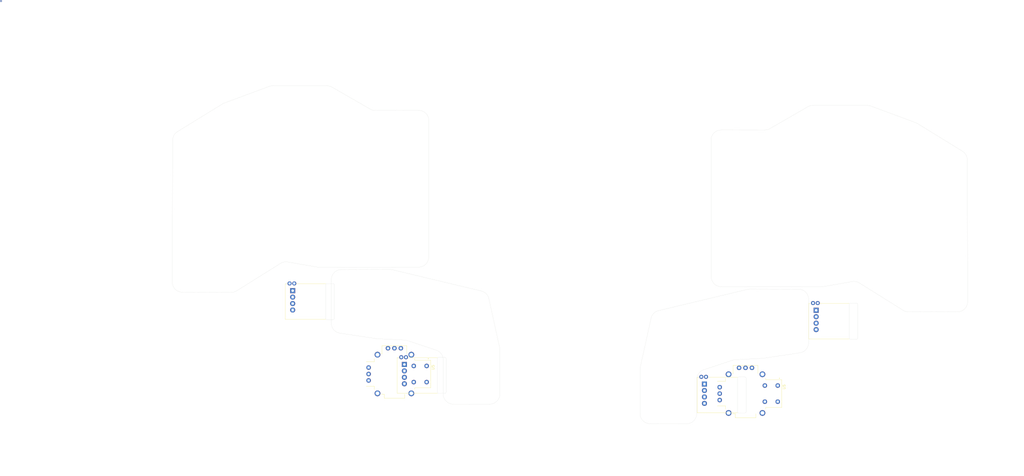
<source format=kicad_pcb>
(kicad_pcb (version 20221018) (generator pcbnew)
  (layers (0 "F.Cu" signal) (31 "B.Cu" signal) (34 "B.Paste" user) (35 "F.Paste" user) (36 "B.SilkS" user "B.Silkscreen") (37 "F.SilkS" user "F.Silkscreen") (38 "B.Mask" user) (39 "F.Mask" user) (44 "Edge.Cuts" user))
  (net 0 "")
  (net 1 "GND")
  (net 2 "Col5")
  (net 3 "KJoyButO")
  (net 4 "Col6")
  (net 5 "KRotA")
  (net 6 "KRotB")
  (net 7 "KRotButO")
  (net 8 "Axis1")
  (net 9 "Axis2")
  (net 10 "+3.3V")
  (footprint "Digi:MX_Switch_Cutout" (layer "F.Cu") (at 92.493279 60.930924)
    (fp_text reference "K31" hide)
    (fp_text value "K31" hide)
  )
  (footprint "Digi:MX_Switch_Cutout" (layer "F.Cu") (at 35.335783 70.646424)
    (fp_text reference "K1" hide)
    (fp_text value "K01" hide)
  )
  (footprint "Digi:MX_Switch_Cutout" (layer "F.Cu") (at 54.388281 39.404422)
    (fp_text reference "K10" hide)
    (fp_text value "K10" hide)
  )
  (footprint "Digi:MX_Switch_Cutout" (layer "F.Cu") (at 224.288619 122.6492)
    (fp_text reference "K60" hide)
    (fp_text value "K50" hide)
  )
  (footprint "Digi:MX_Switch_Cutout" (layer "F.Cu") (at 304.855498 66.177353)
    (fp_text reference "K11" hide)
    (fp_text value "K11" hide)
  )
  (footprint "Digi:MX_Switch_Cutout" (layer "F.Cu") (at 285.802997 78.369351)
    (fp_text reference "K22" hide)
    (fp_text value "K22" hide)
  )
  (footprint "Digi:MX_Switch_Cutout" (layer "F.Cu") (at 266.750496 49.603855)
    (fp_text reference "K30" hide)
    (fp_text value "K30" hide)
  )
  (footprint "Digi:MX_Switch_Cutout" (layer "F.Cu") (at 247.697995 49.603855)
    (fp_text reference "K40" hide)
    (fp_text value "K40" hide)
  )
  (footprint "Digi:MX_Switch_Cutout" (layer "F.Cu") (at 73.440781 51.596419)
    (fp_text reference "K21" hide)
    (fp_text value "K21" hide)
  )
  (footprint "Digi:MX_Switch_Cutout" (layer "F.Cu") (at 134.955159 114.926269)
    (fp_text reference "K60" hide)
    (fp_text value "K50" hide)
  )
  (footprint "Digi:MX_Switch_Cutout" (layer "F.Cu") (at 73.440781 70.64642)
    (fp_text reference "K22" hide)
    (fp_text value "K22" hide)
  )
  (footprint "Digi:MX_Switch_Cutout" (layer "F.Cu") (at 304.855497 47.127353)
    (fp_text reference "K10" hide)
    (fp_text value "K10" hide)
  )
  (footprint "Digi:MX_Switch_Cutout" (layer "F.Cu") (at 266.750502 87.703849)
    (fp_text reference "K32" hide)
    (fp_text value "K32" hide)
  )
  (footprint "misc:EVQWGD001" (layer "F.Cu") (at 282.725997 116.332499)
    (fp_text reference "RSW1B1" hide)
    (fp_text value "Rotary_Encoder_Switch")
    (fp_line (start 6.9 -9.275) (end 6.9 3.875) (stroke (width 0.05)) (layer "Edge.Cuts"))
    (fp_line (start 7.425 4.4) (end 9.775 4.4) (stroke (width 0.05)) (layer "Edge.Cuts"))
    (fp_line (start 9.775 -9.8) (end 7.425 -9.8) (stroke (width 0.05)) (layer "Edge.Cuts"))
    (fp_line (start 10.3 3.875) (end 10.3 -9.275) (stroke (width 0.05)) (layer "Edge.Cuts"))
    (fp_arc (start 6.9 -9.275) (mid 7.053769 -9.646231) (end 7.425 -9.8) (stroke (width 0.05)) (layer "Edge.Cuts"))
    (fp_arc (start 7.425 4.4) (mid 7.053769 4.246231) (end 6.9 3.875) (stroke (width 0.05)) (layer "Edge.Cuts"))
    (fp_arc (start 9.775 -9.8) (mid 10.146231 -9.646231) (end 10.3 -9.275) (stroke (width 0.05)) (layer "Edge.Cuts"))
    (fp_arc (start 10.3 3.875) (mid 10.146231 4.246231) (end 9.775 4.4) (stroke (width 0.05)) (layer "Edge.Cuts"))
  )
  (footprint "PS5:XDCR_COM-09032" (layer "F.Cu") (at 110.470362 134.433268 -90)
    (fp_text reference "U5")
    (fp_text value "COM-09032")
  )
  (footprint "Digi:MX_Switch_Cutout" (layer "F.Cu") (at 73.440777 32.54642)
    (fp_text reference "K20" hide)
    (fp_text value "K20" hide)
  )
  (footprint "Digi:MX_Switch_Cutout" (layer "F.Cu") (at 35.335779 51.596421)
    (fp_text reference "K0" hide)
    (fp_text value "K00" hide)
  )
  (footprint "Digi:MX_Switch_Cutout" (layer "F.Cu") (at 92.493276 79.980918)
    (fp_text reference "K32" hide)
    (fp_text value "K32" hide)
  )
  (footprint "Digi:MX_Switch_Cutout" (layer "F.Cu") (at 96.855158 105.401268)
    (fp_text reference "K50" hide)
    (fp_text value "K50" hide)
  )
  (footprint "Digi:MX_Switch_Cutout" (layer "F.Cu") (at 111.54578 60.930923)
    (fp_text reference "K41" hide)
    (fp_text value "K41" hide)
  )
  (footprint "Digi:MX_Switch_Cutout" (layer "F.Cu") (at 247.697998 68.653854)
    (fp_text reference "K41" hide)
    (fp_text value "K41" hide)
  )
  (footprint "Digi:MX_Switch_Cutout" (layer "F.Cu") (at 111.545779 79.980923)
    (fp_text reference "K42" hide)
    (fp_text value "K42" hide)
  )
  (footprint "Digi:MX_Switch_Cutout" (layer "F.Cu") (at 115.905158 110.163769)
    (fp_text reference "K51" hide)
    (fp_text value "K51" hide)
  )
  (footprint "misc:EVQWGD001" (layer "F.Cu") (at 76.517781 108.609568)
    (fp_text reference "RSW1B1" hide)
    (fp_text value "Rotary_Encoder_Switch")
    (fp_line (start 6.9 -9.275) (end 6.9 3.875) (stroke (width 0.05)) (layer "Edge.Cuts"))
    (fp_line (start 7.425 4.4) (end 9.775 4.4) (stroke (width 0.05)) (layer "Edge.Cuts"))
    (fp_line (start 9.775 -9.8) (end 7.425 -9.8) (stroke (width 0.05)) (layer "Edge.Cuts"))
    (fp_line (start 10.3 3.875) (end 10.3 -9.275) (stroke (width 0.05)) (layer "Edge.Cuts"))
    (fp_arc (start 6.9 -9.275) (mid 7.053769 -9.646231) (end 7.425 -9.8) (stroke (width 0.05)) (layer "Edge.Cuts"))
    (fp_arc (start 7.425 4.4) (mid 7.053769 4.246231) (end 6.9 3.875) (stroke (width 0.05)) (layer "Edge.Cuts"))
    (fp_arc (start 9.775 -9.8) (mid 10.146231 -9.646231) (end 10.3 -9.275) (stroke (width 0.05)) (layer "Edge.Cuts"))
    (fp_arc (start 10.3 3.875) (mid 10.146231 4.246231) (end 9.775 4.4) (stroke (width 0.05)) (layer "Edge.Cuts"))
  )
  (footprint "Digi:MX_Switch_Cutout" (layer "F.Cu") (at 304.855497 85.227351)
    (fp_text reference "K12" hide)
    (fp_text value "K12" hide)
  )
  (footprint "Digi:MX_Switch_Cutout" (layer "F.Cu") (at 139.717656 133.976267)
    (fp_text reference "K61" hide)
    (fp_text value "K51" hide)
  )
  (footprint "Digi:MX_Switch_Cutout" (layer "F.Cu") (at 243.33862 117.8867)
    (fp_text reference "K51" hide)
    (fp_text value "K51" hide)
  )
  (footprint "misc:EVQWGD001" (layer "F.Cu") (at 238.719997 145.397998)
    (fp_text reference "RSW1A1" hide)
    (fp_text value "Rotary_Encoder_Switch")
    (fp_line (start 6.9 -9.275) (end 6.9 3.875) (stroke (width 0.05)) (layer "Edge.Cuts"))
    (fp_line (start 7.425 4.4) (end 9.775 4.4) (stroke (width 0.05)) (layer "Edge.Cuts"))
    (fp_line (start 9.775 -9.8) (end 7.425 -9.8) (stroke (width 0.05)) (layer "Edge.Cuts"))
    (fp_line (start 10.3 3.875) (end 10.3 -9.275) (stroke (width 0.05)) (layer "Edge.Cuts"))
    (fp_arc (start 6.9 -9.275) (mid 7.053769 -9.646231) (end 7.425 -9.8) (stroke (width 0.05)) (layer "Edge.Cuts"))
    (fp_arc (start 7.425 4.4) (mid 7.053769 4.246231) (end 6.9 3.875) (stroke (width 0.05)) (layer "Edge.Cuts"))
    (fp_arc (start 9.775 -9.8) (mid 10.146231 -9.646231) (end 10.3 -9.275) (stroke (width 0.05)) (layer "Edge.Cuts"))
    (fp_arc (start 10.3 3.875) (mid 10.146231 4.246231) (end 9.775 4.4) (stroke (width 0.05)) (layer "Edge.Cuts"))
  )
  (footprint "Digi:MX_Switch_Cutout" (layer "F.Cu") (at 247.697999 87.703854)
    (fp_text reference "K42" hide)
    (fp_text value "K42" hide)
  )
  (footprint "Digi:MX_Switch_Cutout" (layer "F.Cu") (at 262.38862 113.124199)
    (fp_text reference "K50" hide)
    (fp_text value "K50" hide)
  )
  (footprint "Digi:MX_Switch_Cutout" (layer "F.Cu") (at 285.802997 59.31935)
    (fp_text reference "K21" hide)
    (fp_text value "K21" hide)
  )
  (footprint "Digi:MX_Switch_Cutout" (layer "F.Cu") (at 35.33578 89.696421)
    (fp_text reference "K2" hide)
    (fp_text value "K02" hide)
  )
  (footprint "Digi:MX_Switch_Cutout" (layer "F.Cu") (at 219.526122 141.699198)
    (fp_text reference "K61" hide)
    (fp_text value "K51" hide)
  )
  (footprint "Digi:MX_Switch_Cutout" (layer "F.Cu") (at 111.545783 41.880924)
    (fp_text reference "K40" hide)
    (fp_text value "K40" hide)
  )
  (footprint "Digi:MX_Switch_Cutout" (layer "F.Cu") (at 323.907999 59.319352)
    (fp_text reference "K0" hide)
    (fp_text value "K00" hide)
  )
  (footprint "Digi:MX_Switch_Cutout" (layer "F.Cu") (at 266.750499 68.653855)
    (fp_text reference "K31" hide)
    (fp_text value "K31" hide)
  )
  (footprint "misc:EVQWGD001" (layer "F.Cu") (at 120.523781 137.675067)
    (fp_text reference "RSW1A1" hide)
    (fp_text value "Rotary_Encoder_Switch")
    (fp_line (start 6.9 -9.275) (end 6.9 3.875) (stroke (width 0.05)) (layer "Edge.Cuts"))
    (fp_line (start 7.425 4.4) (end 9.775 4.4) (stroke (width 0.05)) (layer "Edge.Cuts"))
    (fp_line (start 9.775 -9.8) (end 7.425 -9.8) (stroke (width 0.05)) (layer "Edge.Cuts"))
    (fp_line (start 10.3 3.875) (end 10.3 -9.275) (stroke (width 0.05)) (layer "Edge.Cuts"))
    (fp_arc (start 6.9 -9.275) (mid 7.053769 -9.646231) (end 7.425 -9.8) (stroke (width 0.05)) (layer "Edge.Cuts"))
    (fp_arc (start 7.425 4.4) (mid 7.053769 4.246231) (end 6.9 3.875) (stroke (width 0.05)) (layer "Edge.Cuts"))
    (fp_arc (start 9.775 -9.8) (mid 10.146231 -9.646231) (end 10.3 -9.275) (stroke (width 0.05)) (layer "Edge.Cuts"))
    (fp_arc (start 10.3 3.875) (mid 10.146231 4.246231) (end 9.775 4.4) (stroke (width 0.05)) (layer "Edge.Cuts"))
  )
  (footprint "Digi:MX_Switch_Cutout" (layer "F.Cu") (at 285.803001 40.269351)
    (fp_text reference "K20" hide)
    (fp_text value "K20" hide)
  )
  (footprint "PS5:XDCR_COM-09032" (layer "F.Cu") (at 248.773416 142.156199 -90)
    (fp_text reference "U5")
    (fp_text value "COM-09032")
  )
  (footprint "Digi:MX_Switch_Cutout" (layer "F.Cu") (at 54.388281 77.50442)
    (fp_text reference "K12" hide)
    (fp_text value "K12" hide)
  )
  (footprint "Digi:MX_Switch_Cutout" (layer "F.Cu") (at 54.38828 58.454422)
    (fp_text reference "K11" hide)
    (fp_text value "K11" hide)
  )
  (footprint "Digi:MX_Switch_Cutout" (layer "F.Cu") (at 323.907995 78.369355)
    (fp_text reference "K1" hide)
    (fp_text value "K01" hide)
  )
  (footprint "Digi:MX_Switch_Cutout" (layer "F.Cu") (at 323.907998 97.419352)
    (fp_text reference "K2" hide)
    (fp_text value "K02" hide)
  )
  (footprint "Digi:MX_Switch_Cutout" (layer "F.Cu") (at 92.493282 41.880924)
    (fp_text reference "K30" hide)
    (fp_text value "K30" hide)
  )
  (gr_arc (start 211.228208 154.021791) (mid 208.400943 152.849585) (end 207.23 150.021792) (stroke (width 0.05)) (layer "Edge.Cuts"))
  (gr_arc (start 152.013778 142.298861) (mid 150.842837 145.126652) (end 148.01557 146.29886) (stroke (width 0.05)) (layer "Edge.Cuts"))
  (gr_arc (start 103.6518 120.527098) (mid 103.454269 120.512183) (end 103.257719 120.487506) (stroke (width 0.05)) (layer "Edge.Cuts"))
  (gr_arc (start 26.943235 102.208547) (mid 24.118372 101.029043) (end 22.95473 98.19761) (stroke (width 0.05)) (layer "Edge.Cuts"))
  (gr_line (start 273.313377 29.16351) (end 258.339133 37.785045) (stroke (width 0.05)) (layer "Edge.Cuts"))
  (gr_line (start 61.070759 21.156656) (end 43.453557 27.689938) (stroke (width 0.05)) (layer "Edge.Cuts"))
  (gr_line (start 229.55 150.028207) (end 229.55 136.565538) (stroke (width 0.05)) (layer "Edge.Cuts"))
  (gr_line (start 334.232601 46.672297) (end 316.495878 35.756707) (stroke (width 0.05)) (layer "Edge.Cuts"))
  (gr_arc (start 80.49715 92.327069) (mid 80.155036 92.312414) (end 79.815429 92.268548) (stroke (width 0.05)) (layer "Edge.Cuts"))
  (gr_arc (start 123.986969 88.330262) (mid 122.814272 91.156629) (end 119.98697 92.327069) (stroke (width 0.05)) (layer "Edge.Cuts"))
  (gr_line (start 296.782191 28.63) (end 275.309235 28.63) (stroke (width 0.05)) (layer "Edge.Cuts"))
  (gr_arc (start 315.790221 35.412869) (mid 316.151505 35.567435) (end 316.495878 35.756707) (stroke (width 0.05)) (layer "Edge.Cuts"))
  (gr_line (start 239.256808 100.05) (end 278.746628 100.05) (stroke (width 0.05)) (layer "Edge.Cuts"))
  (gr_line (start 273.63 122.107922) (end 273.63 104.998078) (stroke (width 0.05)) (layer "Edge.Cuts"))
  (gr_arc (start 235.213894 42.299299) (mid 236.386003 39.466449) (end 239.219298 38.295418) (stroke (width 0.05)) (layer "Edge.Cuts"))
  (gr_line (start 315.790221 35.412869) (end 298.173019 28.879587) (stroke (width 0.05)) (layer "Edge.Cuts"))
  (gr_line (start 68.418978 90.29741) (end 79.815429 92.268548) (stroke (width 0.05)) (layer "Edge.Cuts"))
  (gr_arc (start 273.63 122.107922) (mid 272.661962 124.716984) (end 270.226397 126.063211) (stroke (width 0.05)) (layer "Edge.Cuts"))
  (gr_line (start 115.619976 121.278663) (end 126.955567 125.046834) (stroke (width 0.05)) (layer "Edge.Cuts"))
  (gr_arc (start 48.311521 101.656354) (mid 47.289143 102.110506) (end 46.18098 102.26376) (stroke (width 0.05)) (layer "Edge.Cuts"))
  (gr_line (start 48.311521 101.656354) (end 65.618196 90.846312) (stroke (width 0.05)) (layer "Edge.Cuts"))
  (gr_arc (start 23.107677 42.344986) (mid 23.61849 40.399997) (end 25.011177 38.949366) (stroke (width 0.05)) (layer "Edge.Cuts"))
  (gr_arc (start 255.986059 128.210437) (mid 255.789509 128.235114) (end 255.591978 128.250029) (stroke (width 0.05)) (layer "Edge.Cuts"))
  (gr_arc (start 114.560503 121.079555) (mid 115.096978 121.143254) (end 115.619976 121.278663) (stroke (width 0.05)) (layer "Edge.Cuts"))
  (gr_arc (start 313.062798 109.986691) (mid 311.954635 109.833437) (end 310.932257 109.379285) (stroke (width 0.05)) (layer "Edge.Cuts"))
  (gr_line (start 89.017381 118.34028) (end 103.257719 120.487506) (stroke (width 0.05)) (layer "Edge.Cuts"))
  (gr_arc (start 336.289048 105.920541) (mid 335.12541 108.75197) (end 332.300543 109.931478) (stroke (width 0.05)) (layer "Edge.Cuts"))
  (gr_line (start 100.904645 30.062114) (end 85.930401 21.440579) (stroke (width 0.05)) (layer "Edge.Cuts"))
  (gr_arc (start 151.920304 124.022309) (mid 151.990343 124.449617) (end 152.013778 124.881992) (stroke (width 0.05)) (layer "Edge.Cuts"))
  (gr_line (start 120.02448 30.572487) (end 102.905908 30.59562) (stroke (width 0.05)) (layer "Edge.Cuts"))
  (gr_line (start 152.013778 142.298861) (end 152.013778 124.881992) (stroke (width 0.05)) (layer "Edge.Cuts"))
  (gr_line (start 108.58642 93.218494) (end 89.601838 93.275164) (stroke (width 0.05)) (layer "Edge.Cuts"))
  (gr_line (start 42.7479 28.033776) (end 25.011177 38.949366) (stroke (width 0.05)) (layer "Edge.Cuts"))
  (gr_line (start 83.934543 20.907069) (end 62.461587 20.907069) (stroke (width 0.05)) (layer "Edge.Cuts"))
  (gr_arc (start 273.313377 29.16351) (mid 274.276268 28.765678) (end 275.309235 28.63) (stroke (width 0.05)) (layer "Edge.Cuts"))
  (gr_line (start 293.625582 98.569243) (end 310.932257 109.379285) (stroke (width 0.05)) (layer "Edge.Cuts"))
  (gr_line (start 207.23 132.604923) (end 207.23 150.021792) (stroke (width 0.05)) (layer "Edge.Cuts"))
  (gr_line (start 235.213894 42.299299) (end 235.256809 96.053193) (stroke (width 0.05)) (layer "Edge.Cuts"))
  (gr_line (start 313.062798 109.986691) (end 332.300543 109.931478) (stroke (width 0.05)) (layer "Edge.Cuts"))
  (gr_arc (start 126.955567 125.046834) (mid 128.937802 126.502418) (end 129.693778 128.842607) (stroke (width 0.05)) (layer "Edge.Cuts"))
  (gr_line (start 123.986969 88.330262) (end 124.029884 34.576368) (stroke (width 0.05)) (layer "Edge.Cuts"))
  (gr_arc (start 120.02448 30.572487) (mid 122.857784 31.743509) (end 124.029884 34.576368) (stroke (width 0.05)) (layer "Edge.Cuts"))
  (gr_line (start 256.33787 38.318551) (end 239.219298 38.295418) (stroke (width 0.05)) (layer "Edge.Cuts"))
  (gr_arc (start 243.623802 129.001594) (mid 244.1468 128.866185) (end 244.683275 128.802486) (stroke (width 0.05)) (layer "Edge.Cuts"))
  (gr_arc (start 258.339133 37.785045) (mid 257.373631 38.183574) (end 256.33787 38.318551) (stroke (width 0.05)) (layer "Edge.Cuts"))
  (gr_arc (start 211.561253 112.488145) (mid 212.614066 110.544915) (end 214.538074 109.457372) (stroke (width 0.05)) (layer "Edge.Cuts"))
  (gr_line (start 249.715713 101.050951) (end 214.538074 109.457372) (stroke (width 0.05)) (layer "Edge.Cuts"))
  (gr_line (start 151.920304 124.022309) (end 147.682525 104.765214) (stroke (width 0.05)) (layer "Edge.Cuts"))
  (gr_line (start 26.943235 102.208547) (end 46.18098 102.26376) (stroke (width 0.05)) (layer "Edge.Cuts"))
  (gr_arc (start 85.613778 97.275147) (mid 86.781128 94.450939) (end 89.601838 93.275164) (stroke (width 0.05)) (layer "Edge.Cuts"))
  (gr_line (start 129.693778 128.842607) (end 129.693778 142.305276) (stroke (width 0.05)) (layer "Edge.Cuts"))
  (gr_arc (start 334.232601 46.672297) (mid 335.625284 48.122931) (end 336.136101 50.067917) (stroke (width 0.05)) (layer "Edge.Cuts"))
  (gr_arc (start 83.934543 20.907069) (mid 84.967508 21.042756) (end 85.930401 21.440579) (stroke (width 0.05)) (layer "Edge.Cuts"))
  (gr_line (start 232.288211 132.769765) (end 243.623802 129.001594) (stroke (width 0.05)) (layer "Edge.Cuts"))
  (gr_line (start 23.107677 42.344986) (end 22.95473 98.19761) (stroke (width 0.05)) (layer "Edge.Cuts"))
  (gr_arc (start 249.715713 101.050951) (mid 250.183279 100.968195) (end 250.657358 100.941425) (stroke (width 0.05)) (layer "Edge.Cuts"))
  (gr_line (start 211.228208 154.021791) (end 225.548208 154.028207) (stroke (width 0.05)) (layer "Edge.Cuts"))
  (gr_arc (start 279.428349 99.991479) (mid 279.088742 100.035345) (end 278.746628 100.05) (stroke (width 0.05)) (layer "Edge.Cuts"))
  (gr_line (start 80.49715 92.327069) (end 119.98697 92.327069) (stroke (width 0.05)) (layer "Edge.Cuts"))
  (gr_line (start 336.289048 105.920541) (end 336.136101 50.067917) (stroke (width 0.05)) (layer "Edge.Cuts"))
  (gr_arc (start 229.55 150.028207) (mid 228.377793 152.857268) (end 225.548208 154.028207) (stroke (width 0.05)) (layer "Edge.Cuts"))
  (gr_line (start 133.69557 146.305276) (end 148.01557 146.29886) (stroke (width 0.05)) (layer "Edge.Cuts"))
  (gr_arc (start 89.017381 118.34028) (mid 86.581826 116.994044) (end 85.613778 114.384991) (stroke (width 0.05)) (layer "Edge.Cuts"))
  (gr_arc (start 61.070759 21.156656) (mid 61.755064 20.969959) (end 62.461587 20.907069) (stroke (width 0.05)) (layer "Edge.Cuts"))
  (gr_line (start 144.705704 101.734441) (end 109.528065 93.32802) (stroke (width 0.05)) (layer "Edge.Cuts"))
  (gr_line (start 85.613778 97.275147) (end 85.613778 114.384991) (stroke (width 0.05)) (layer "Edge.Cuts"))
  (gr_arc (start 290.8248 98.020341) (mid 292.27581 98.0365) (end 293.625582 98.569243) (stroke (width 0.05)) (layer "Edge.Cuts"))
  (gr_line (start 103.6518 120.527098) (end 114.560503 121.079555) (stroke (width 0.05)) (layer "Edge.Cuts"))
  (gr_arc (start 296.782191 28.63) (mid 297.488714 28.69289) (end 298.173019 28.879587) (stroke (width 0.05)) (layer "Edge.Cuts"))
  (gr_line (start 244.683275 128.802486) (end 255.591978 128.250029) (stroke (width 0.05)) (layer "Edge.Cuts"))
  (gr_line (start 255.986059 128.210437) (end 270.226397 126.063211) (stroke (width 0.05)) (layer "Edge.Cuts"))
  (gr_arc (start 133.69557 146.305276) (mid 130.865988 145.134333) (end 129.693778 142.305276) (stroke (width 0.05)) (layer "Edge.Cuts"))
  (gr_arc (start 239.256808 100.05) (mid 236.42951 98.879556) (end 235.256809 96.053193) (stroke (width 0.05)) (layer "Edge.Cuts"))
  (gr_arc (start 229.55 136.565538) (mid 230.305994 134.225362) (end 232.288211 132.769765) (stroke (width 0.05)) (layer "Edge.Cuts"))
  (gr_arc (start 102.905908 30.59562) (mid 101.870148 30.460641) (end 100.904645 30.062114) (stroke (width 0.05)) (layer "Edge.Cuts"))
  (gr_line (start 279.428349 99.991479) (end 290.8248 98.020341) (stroke (width 0.05)) (layer "Edge.Cuts"))
  (gr_line (start 269.64194 100.998095) (end 250.657358 100.941425) (stroke (width 0.05)) (layer "Edge.Cuts"))
  (gr_arc (start 108.58642 93.218494) (mid 109.060498 93.245264) (end 109.528065 93.32802) (stroke (width 0.05)) (layer "Edge.Cuts"))
  (gr_arc (start 207.23 132.604923) (mid 207.253435 132.172548) (end 207.323474 131.74524) (stroke (width 0.05)) (layer "Edge.Cuts"))
  (gr_arc (start 269.64194 100.998095) (mid 272.462646 102.173875) (end 273.63 104.998078) (stroke (width 0.05)) (layer "Edge.Cuts"))
  (gr_arc (start 65.618196 90.846312) (mid 66.967967 90.313569) (end 68.418978 90.29741) (stroke (width 0.05)) (layer "Edge.Cuts"))
  (gr_arc (start 42.7479 28.033776) (mid 43.092273 27.844504) (end 43.453557 27.689938) (stroke (width 0.05)) (layer "Edge.Cuts"))
  (gr_line (start 211.561253 112.488145) (end 207.323474 131.74524) (stroke (width 0.05)) (layer "Edge.Cuts"))
  (gr_arc (start 144.705704 101.734441) (mid 146.629726 102.821971) (end 147.682525 104.765214) (stroke (width 0.05)) (layer "Edge.Cuts"))
  (via (at -44.5 -12.5) (size 0.8) (drill 0.4) (layers "F.Cu" "B.Cu") (net 0))
)
</source>
